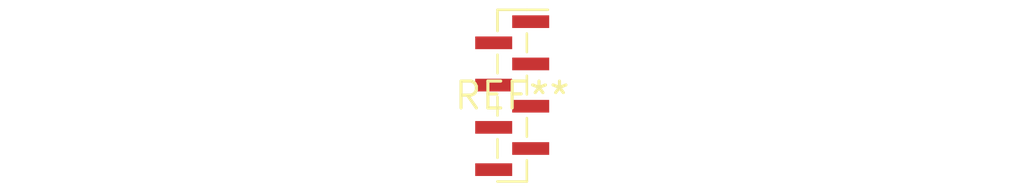
<source format=kicad_pcb>
(kicad_pcb (version 20240108) (generator pcbnew)
  (layers (0 "F.Cu" signal) (31 "B.Cu" signal) (34 "B.Paste" user) (35 "F.Paste" user) (36 "B.SilkS" user "B.Silkscreen") (37 "F.SilkS" user "F.Silkscreen") (38 "B.Mask" user) (39 "F.Mask" user) (44 "Edge.Cuts" user))
  (net 0 "")
  (footprint "PinHeader_1x08_P1.00mm_Vertical_SMD_Pin1Right" (layer "F.Cu") (at 0 0)
    (property "Reference" "REF**")
    (property "Value" "PinHeader_1x08_P1.00mm_Vertical_SMD_Pin1Right")
    (fp_line (start -0.695 -4.06) (end -0.695 -3.06) (layer "F.SilkS") (stroke (width 0.12)))
    (fp_line (start -0.695 -4.06) (end 0.695 -4.06) (layer "F.SilkS") (stroke (width 0.12)))
    (fp_line (start -0.695 -3.94) (end -0.695 -3.06) (layer "F.SilkS") (stroke (width 0.12)))
    (fp_line (start -0.695 -1.94) (end -0.695 -1.06) (layer "F.SilkS") (stroke (width 0.12)))
    (fp_line (start -0.695 0.06) (end -0.695 0.94) (layer "F.SilkS") (stroke (width 0.12)))
    (fp_line (start -0.695 2.06) (end -0.695 2.94) (layer "F.SilkS") (stroke (width 0.12)))
    (fp_line (start -0.695 4.06) (end -0.695 4.06) (layer "F.SilkS") (stroke (width 0.12)))
    (fp_line (start -0.695 4.06) (end 0.695 4.06) (layer "F.SilkS") (stroke (width 0.12)))
    (fp_line (start 0.695 -4.06) (end 0.695 -4.06) (layer "F.SilkS") (stroke (width 0.12)))
    (fp_line (start 0.695 -4.06) (end 1.69 -4.06) (layer "F.SilkS") (stroke (width 0.12)))
    (fp_line (start 0.695 -2.94) (end 0.695 -2.06) (layer "F.SilkS") (stroke (width 0.12)))
    (fp_line (start 0.695 -0.94) (end 0.695 -0.06) (layer "F.SilkS") (stroke (width 0.12)))
    (fp_line (start 0.695 1.06) (end 0.695 1.94) (layer "F.SilkS") (stroke (width 0.12)))
    (fp_line (start 0.695 3.06) (end 0.695 4.06) (layer "F.SilkS") (stroke (width 0.12)))
    (pad "1" smd rect (at 0.875 -3.5) (size 1.75 0.6) (layers "F.Cu" "F.Paste" "F.Mask"))
    (pad "2" smd rect (at -0.875 -2.5) (size 1.75 0.6) (layers "F.Cu" "F.Paste" "F.Mask"))
    (pad "3" smd rect (at 0.875 -1.5) (size 1.75 0.6) (layers "F.Cu" "F.Paste" "F.Mask"))
    (pad "4" smd rect (at -0.875 -0.5) (size 1.75 0.6) (layers "F.Cu" "F.Paste" "F.Mask"))
    (pad "5" smd rect (at 0.875 0.5) (size 1.75 0.6) (layers "F.Cu" "F.Paste" "F.Mask"))
    (pad "6" smd rect (at -0.875 1.5) (size 1.75 0.6) (layers "F.Cu" "F.Paste" "F.Mask"))
    (pad "7" smd rect (at 0.875 2.5) (size 1.75 0.6) (layers "F.Cu" "F.Paste" "F.Mask"))
    (pad "8" smd rect (at -0.875 3.5) (size 1.75 0.6) (layers "F.Cu" "F.Paste" "F.Mask"))
  )
)
</source>
